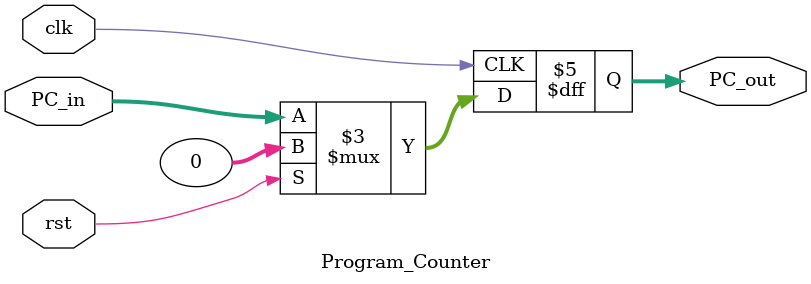
<source format=v>
module Program_Counter (PC_out, PC_in, clk, rst);
input clk, rst;
input [31:0] PC_in;

output reg [31:0] PC_out;

always @(posedge clk) begin
    if(rst)
    PC_out <= 32'h00000000;
    else
    PC_out <= PC_in;
end

endmodule
</source>
